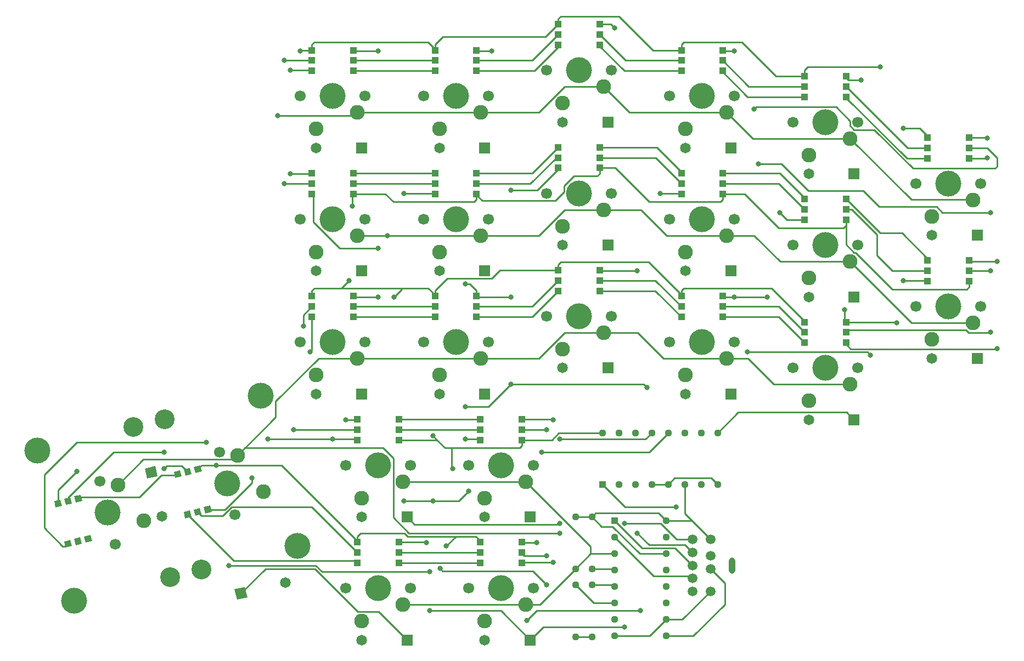
<source format=gbr>
%TF.GenerationSoftware,KiCad,Pcbnew,(5.1.10)-1*%
%TF.CreationDate,2021-08-19T22:55:08-05:00*%
%TF.ProjectId,RightHand,52696768-7448-4616-9e64-2e6b69636164,rev?*%
%TF.SameCoordinates,Original*%
%TF.FileFunction,Copper,L2,Bot*%
%TF.FilePolarity,Positive*%
%FSLAX46Y46*%
G04 Gerber Fmt 4.6, Leading zero omitted, Abs format (unit mm)*
G04 Created by KiCad (PCBNEW (5.1.10)-1) date 2021-08-19 22:55:08*
%MOMM*%
%LPD*%
G01*
G04 APERTURE LIST*
%TA.AperFunction,ComponentPad*%
%ADD10C,1.130000*%
%TD*%
%TA.AperFunction,ComponentPad*%
%ADD11R,1.130000X1.130000*%
%TD*%
%TA.AperFunction,ComponentPad*%
%ADD12C,1.500000*%
%TD*%
%TA.AperFunction,ComponentPad*%
%ADD13O,1.000000X2.500000*%
%TD*%
%TA.AperFunction,ComponentPad*%
%ADD14C,4.000000*%
%TD*%
%TA.AperFunction,ComponentPad*%
%ADD15C,1.700000*%
%TD*%
%TA.AperFunction,ComponentPad*%
%ADD16C,2.286000*%
%TD*%
%TA.AperFunction,ComponentPad*%
%ADD17C,1.651000*%
%TD*%
%TA.AperFunction,ComponentPad*%
%ADD18R,1.651000X1.651000*%
%TD*%
%TA.AperFunction,SMDPad,CuDef*%
%ADD19R,1.000000X1.000000*%
%TD*%
%TA.AperFunction,ComponentPad*%
%ADD20C,3.050000*%
%TD*%
%TA.AperFunction,ComponentPad*%
%ADD21C,0.100000*%
%TD*%
%TA.AperFunction,SMDPad,CuDef*%
%ADD22C,0.100000*%
%TD*%
%TA.AperFunction,ViaPad*%
%ADD23C,0.800000*%
%TD*%
%TA.AperFunction,Conductor*%
%ADD24C,0.250000*%
%TD*%
G04 APERTURE END LIST*
D10*
%TO.P,UREG1,16*%
%TO.N,VCC*%
X151470000Y-79110000D03*
%TO.P,UREG1,15*%
%TO.N,GND*%
X151470000Y-81650000D03*
%TO.P,UREG1,14*%
%TO.N,VCC*%
X151470000Y-84190000D03*
%TO.P,UREG1,13*%
%TO.N,GND*%
X151470000Y-86730000D03*
%TO.P,UREG1,12*%
X151470000Y-89270000D03*
%TO.P,UREG1,11*%
X151470000Y-91810000D03*
%TO.P,UREG1,10*%
X151470000Y-94350000D03*
%TO.P,UREG1,9*%
%TO.N,RX*%
X151470000Y-96890000D03*
%TO.P,UREG1,8*%
%TO.N,GND*%
X143530000Y-96890000D03*
%TO.P,UREG1,7*%
%TO.N,Net-(UREG1-Pad7)*%
X143530000Y-94350000D03*
%TO.P,UREG1,6*%
%TO.N,C0*%
X143530000Y-91810000D03*
%TO.P,UREG1,5*%
%TO.N,C1*%
X143530000Y-89270000D03*
%TO.P,UREG1,4*%
%TO.N,C2*%
X143530000Y-86730000D03*
%TO.P,UREG1,3*%
%TO.N,C3*%
X143530000Y-84190000D03*
%TO.P,UREG1,2*%
%TO.N,CLK_C*%
X143530000Y-81650000D03*
D11*
%TO.P,UREG1,1*%
%TO.N,SH_LD*%
X143530000Y-79110000D03*
%TD*%
D10*
%TO.P,UDEMUX1,16*%
%TO.N,VCC*%
X141610000Y-65530000D03*
%TO.P,UDEMUX1,15*%
%TO.N,R0*%
X144150000Y-65530000D03*
%TO.P,UDEMUX1,14*%
%TO.N,R1*%
X146690000Y-65530000D03*
%TO.P,UDEMUX1,13*%
%TO.N,R2*%
X149230000Y-65530000D03*
%TO.P,UDEMUX1,12*%
%TO.N,R3*%
X151770000Y-65530000D03*
%TO.P,UDEMUX1,11*%
%TO.N,R4*%
X154310000Y-65530000D03*
%TO.P,UDEMUX1,10*%
%TO.N,R5*%
X156850000Y-65530000D03*
%TO.P,UDEMUX1,9*%
%TO.N,R6*%
X159390000Y-65530000D03*
%TO.P,UDEMUX1,8*%
%TO.N,GND*%
X159390000Y-73470000D03*
%TO.P,UDEMUX1,7*%
%TO.N,R7*%
X156850000Y-73470000D03*
%TO.P,UDEMUX1,6*%
%TO.N,VCC*%
X154310000Y-73470000D03*
%TO.P,UDEMUX1,5*%
%TO.N,GND*%
X151770000Y-73470000D03*
%TO.P,UDEMUX1,4*%
X149230000Y-73470000D03*
%TO.P,UDEMUX1,3*%
%TO.N,S2*%
X146690000Y-73470000D03*
%TO.P,UDEMUX1,2*%
%TO.N,S1*%
X144150000Y-73470000D03*
D11*
%TO.P,UDEMUX1,1*%
%TO.N,S0_DL*%
X141610000Y-73470000D03*
%TD*%
D12*
%TO.P,UD9,7*%
%TO.N,S1*%
X155500000Y-82000000D03*
%TO.P,UD9,4*%
%TO.N,S2*%
X155500000Y-84000000D03*
%TO.P,UD9,5*%
%TO.N,SH_LD*%
X155500000Y-86000000D03*
%TO.P,UD9,8*%
%TO.N,CLK_C*%
X155500000Y-88000000D03*
%TO.P,UD9,9*%
%TO.N,CLK_L*%
X155500000Y-90000000D03*
%TO.P,UD9,6*%
%TO.N,GND*%
X158300000Y-90000000D03*
%TO.P,UD9,3*%
%TO.N,VCC*%
X158300000Y-82000000D03*
%TO.P,UD9,1*%
%TO.N,S0_DL*%
X158300000Y-84500000D03*
%TO.P,UD9,2*%
%TO.N,RX*%
X158300000Y-86500000D03*
D13*
%TO.P,UD9,HOLE*%
%TO.N,N/C*%
X161650000Y-86000000D03*
%TD*%
D10*
%TO.P,R3,2*%
%TO.N,VCC*%
X137500000Y-78500000D03*
%TO.P,R3,1*%
%TO.N,C3*%
X137500000Y-86500000D03*
%TD*%
%TO.P,R2,2*%
%TO.N,VCC*%
X140000000Y-78500000D03*
%TO.P,R2,1*%
%TO.N,C2*%
X140000000Y-86500000D03*
%TD*%
%TO.P,R1,2*%
%TO.N,VCC*%
X140000000Y-97000000D03*
%TO.P,R1,1*%
%TO.N,C1*%
X140000000Y-89000000D03*
%TD*%
%TO.P,R0,2*%
%TO.N,C0*%
X137500000Y-89000000D03*
%TO.P,R0,1*%
%TO.N,VCC*%
X137500000Y-97000000D03*
%TD*%
D14*
%TO.P,KY1,HOLE*%
%TO.N,N/C*%
X100000000Y-13500000D03*
D15*
%TO.P,KY1,POST*%
X95000000Y-13500000D03*
X105000000Y-13500000D03*
D16*
%TO.P,KY1,1*%
%TO.N,C0*%
X103810000Y-16040000D03*
%TO.P,KY1,2*%
%TO.N,Net-(KY1-Pad2)*%
X97460000Y-18580000D03*
D17*
%TO.P,KY1,3*%
X97460000Y-21500000D03*
D18*
%TO.P,KY1,4*%
%TO.N,R2*%
X104460000Y-21500000D03*
D19*
%TO.P,KY1,5*%
%TO.N,VCC*%
X96800000Y-6400000D03*
%TO.P,KY1,6*%
%TO.N,Net-(KH1-Pad9)*%
X96800000Y-8000000D03*
%TO.P,KY1,7*%
%TO.N,Net-(KH1-Pad10)*%
X96800000Y-9600000D03*
%TO.P,KY1,8*%
%TO.N,GND*%
X103200000Y-6400000D03*
%TO.P,KY1,9*%
%TO.N,Net-(KU1-Pad6)*%
X103200000Y-8000000D03*
%TO.P,KY1,10*%
%TO.N,Net-(KU1-Pad7)*%
X103200000Y-9600000D03*
%TD*%
D14*
%TO.P,KU1,HOLE*%
%TO.N,N/C*%
X119000000Y-13500000D03*
D15*
%TO.P,KU1,POST*%
X114000000Y-13500000D03*
X124000000Y-13500000D03*
D16*
%TO.P,KU1,1*%
%TO.N,C0*%
X122810000Y-16040000D03*
%TO.P,KU1,2*%
%TO.N,Net-(KU1-Pad2)*%
X116460000Y-18580000D03*
D17*
%TO.P,KU1,3*%
X116460000Y-21500000D03*
D18*
%TO.P,KU1,4*%
%TO.N,R3*%
X123460000Y-21500000D03*
D19*
%TO.P,KU1,5*%
%TO.N,VCC*%
X115800000Y-6400000D03*
%TO.P,KU1,6*%
%TO.N,Net-(KU1-Pad6)*%
X115800000Y-8000000D03*
%TO.P,KU1,7*%
%TO.N,Net-(KU1-Pad7)*%
X115800000Y-9600000D03*
%TO.P,KU1,8*%
%TO.N,GND*%
X122200000Y-6400000D03*
%TO.P,KU1,9*%
%TO.N,Net-(KI1-Pad6)*%
X122200000Y-8000000D03*
%TO.P,KU1,10*%
%TO.N,Net-(KI1-Pad7)*%
X122200000Y-9600000D03*
%TD*%
D14*
%TO.P,KTG_D1,HOLE*%
%TO.N,N/C*%
X126000000Y-89500000D03*
D15*
%TO.P,KTG_D1,POST*%
X121000000Y-89500000D03*
X131000000Y-89500000D03*
D16*
%TO.P,KTG_D1,1*%
%TO.N,C3*%
X129810000Y-92040000D03*
%TO.P,KTG_D1,2*%
%TO.N,Net-(KTG_D1-Pad2)*%
X123460000Y-94580000D03*
D17*
%TO.P,KTG_D1,3*%
X123460000Y-97500000D03*
D18*
%TO.P,KTG_D1,4*%
%TO.N,R0*%
X130460000Y-97500000D03*
D19*
%TO.P,KTG_D1,5*%
%TO.N,VCC*%
X122800000Y-82400000D03*
%TO.P,KTG_D1,6*%
%TO.N,Net-(KTG_C1-Pad9)*%
X122800000Y-84000000D03*
%TO.P,KTG_D1,7*%
%TO.N,Net-(KTG_C1-Pad10)*%
X122800000Y-85600000D03*
%TO.P,KTG_D1,8*%
%TO.N,GND*%
X129200000Y-82400000D03*
%TO.P,KTG_D1,9*%
%TO.N,Net-(KTG_B1-Pad6)*%
X129200000Y-84000000D03*
%TO.P,KTG_D1,10*%
%TO.N,Net-(KTG_B1-Pad7)*%
X129200000Y-85600000D03*
%TD*%
D14*
%TO.P,KTG_C1,HOLE*%
%TO.N,N/C*%
X107000000Y-89500000D03*
D15*
%TO.P,KTG_C1,POST*%
X102000000Y-89500000D03*
X112000000Y-89500000D03*
D16*
%TO.P,KTG_C1,1*%
%TO.N,C3*%
X110810000Y-92040000D03*
%TO.P,KTG_C1,2*%
%TO.N,Net-(KTG_C1-Pad2)*%
X104460000Y-94580000D03*
D17*
%TO.P,KTG_C1,3*%
X104460000Y-97500000D03*
D18*
%TO.P,KTG_C1,4*%
%TO.N,R1*%
X111460000Y-97500000D03*
D19*
%TO.P,KTG_C1,5*%
%TO.N,VCC*%
X103800000Y-82400000D03*
%TO.P,KTG_C1,6*%
%TO.N,Net-(KT2_1-Pad9)*%
X103800000Y-84000000D03*
%TO.P,KTG_C1,7*%
%TO.N,Net-(KT2_1-Pad10)*%
X103800000Y-85600000D03*
%TO.P,KTG_C1,8*%
%TO.N,GND*%
X110200000Y-82400000D03*
%TO.P,KTG_C1,9*%
%TO.N,Net-(KTG_C1-Pad9)*%
X110200000Y-84000000D03*
%TO.P,KTG_C1,10*%
%TO.N,Net-(KTG_C1-Pad10)*%
X110200000Y-85600000D03*
%TD*%
D14*
%TO.P,KTG_B1,HOLE*%
%TO.N,N/C*%
X126000000Y-70500000D03*
D15*
%TO.P,KTG_B1,POST*%
X121000000Y-70500000D03*
X131000000Y-70500000D03*
D16*
%TO.P,KTG_B1,1*%
%TO.N,C3*%
X129810000Y-73040000D03*
%TO.P,KTG_B1,2*%
%TO.N,Net-(KTG_B1-Pad2)*%
X123460000Y-75580000D03*
D17*
%TO.P,KTG_B1,3*%
X123460000Y-78500000D03*
D18*
%TO.P,KTG_B1,4*%
%TO.N,R3*%
X130460000Y-78500000D03*
D19*
%TO.P,KTG_B1,5*%
%TO.N,VCC*%
X129200000Y-66600000D03*
%TO.P,KTG_B1,6*%
%TO.N,Net-(KTG_B1-Pad6)*%
X129200000Y-65000000D03*
%TO.P,KTG_B1,7*%
%TO.N,Net-(KTG_B1-Pad7)*%
X129200000Y-63400000D03*
%TO.P,KTG_B1,8*%
%TO.N,GND*%
X122800000Y-66600000D03*
%TO.P,KTG_B1,9*%
%TO.N,Net-(KTG_A1-Pad6)*%
X122800000Y-65000000D03*
%TO.P,KTG_B1,10*%
%TO.N,Net-(KTG_A1-Pad7)*%
X122800000Y-63400000D03*
%TD*%
D14*
%TO.P,KTG_A1,HOLE*%
%TO.N,N/C*%
X107000000Y-70500000D03*
D15*
%TO.P,KTG_A1,POST*%
X102000000Y-70500000D03*
X112000000Y-70500000D03*
D16*
%TO.P,KTG_A1,1*%
%TO.N,C3*%
X110810000Y-73040000D03*
%TO.P,KTG_A1,2*%
%TO.N,Net-(KTG_A1-Pad2)*%
X104460000Y-75580000D03*
D17*
%TO.P,KTG_A1,3*%
X104460000Y-78500000D03*
D18*
%TO.P,KTG_A1,4*%
%TO.N,R2*%
X111460000Y-78500000D03*
D19*
%TO.P,KTG_A1,5*%
%TO.N,VCC*%
X110200000Y-66600000D03*
%TO.P,KTG_A1,6*%
%TO.N,Net-(KTG_A1-Pad6)*%
X110200000Y-65000000D03*
%TO.P,KTG_A1,7*%
%TO.N,Net-(KTG_A1-Pad7)*%
X110200000Y-63400000D03*
%TO.P,KTG_A1,8*%
%TO.N,GND*%
X103800000Y-66600000D03*
%TO.P,KTG_A1,9*%
%TO.N,Net-(KN1-Pad6)*%
X103800000Y-65000000D03*
%TO.P,KTG_A1,10*%
%TO.N,Net-(KN1-Pad7)*%
X103800000Y-63400000D03*
%TD*%
D14*
%TO.P,KSEMICOLON1,HOLE*%
%TO.N,N/C*%
X176000000Y-36500000D03*
D15*
%TO.P,KSEMICOLON1,POST*%
X171000000Y-36500000D03*
X181000000Y-36500000D03*
D16*
%TO.P,KSEMICOLON1,1*%
%TO.N,C1*%
X179810000Y-39040000D03*
%TO.P,KSEMICOLON1,2*%
%TO.N,Net-(KSEMICOLON1-Pad2)*%
X173460000Y-41580000D03*
D17*
%TO.P,KSEMICOLON1,3*%
X173460000Y-44500000D03*
D18*
%TO.P,KSEMICOLON1,4*%
%TO.N,R6*%
X180460000Y-44500000D03*
D19*
%TO.P,KSEMICOLON1,5*%
%TO.N,VCC*%
X179200000Y-32600000D03*
%TO.P,KSEMICOLON1,6*%
%TO.N,Net-(KENTER1-Pad9)*%
X179200000Y-31000000D03*
%TO.P,KSEMICOLON1,7*%
%TO.N,Net-(KENTER1-Pad10)*%
X179200000Y-29400000D03*
%TO.P,KSEMICOLON1,8*%
%TO.N,GND*%
X172800000Y-32600000D03*
%TO.P,KSEMICOLON1,9*%
%TO.N,Net-(KL1-Pad6)*%
X172800000Y-31000000D03*
%TO.P,KSEMICOLON1,10*%
%TO.N,Net-(KL1-Pad7)*%
X172800000Y-29400000D03*
%TD*%
D14*
%TO.P,KPERIOD1,HOLE*%
%TO.N,N/C*%
X157000000Y-51500000D03*
D15*
%TO.P,KPERIOD1,POST*%
X152000000Y-51500000D03*
X162000000Y-51500000D03*
D16*
%TO.P,KPERIOD1,1*%
%TO.N,C2*%
X160810000Y-54040000D03*
%TO.P,KPERIOD1,2*%
%TO.N,Net-(KPERIOD1-Pad2)*%
X154460000Y-56580000D03*
D17*
%TO.P,KPERIOD1,3*%
X154460000Y-59500000D03*
D18*
%TO.P,KPERIOD1,4*%
%TO.N,R5*%
X161460000Y-59500000D03*
D19*
%TO.P,KPERIOD1,5*%
%TO.N,VCC*%
X153800000Y-44400000D03*
%TO.P,KPERIOD1,6*%
%TO.N,Net-(KCOMMA1-Pad9)*%
X153800000Y-46000000D03*
%TO.P,KPERIOD1,7*%
%TO.N,Net-(KCOMMA1-Pad10)*%
X153800000Y-47600000D03*
%TO.P,KPERIOD1,8*%
%TO.N,GND*%
X160200000Y-44400000D03*
%TO.P,KPERIOD1,9*%
%TO.N,Net-(KFSLASH1-Pad6)*%
X160200000Y-46000000D03*
%TO.P,KPERIOD1,10*%
%TO.N,Net-(KFSLASH1-Pad7)*%
X160200000Y-47600000D03*
%TD*%
D14*
%TO.P,KP1,HOLE*%
%TO.N,N/C*%
X176000000Y-17500000D03*
D15*
%TO.P,KP1,POST*%
X171000000Y-17500000D03*
X181000000Y-17500000D03*
D16*
%TO.P,KP1,1*%
%TO.N,C0*%
X179810000Y-20040000D03*
%TO.P,KP1,2*%
%TO.N,Net-(KP1-Pad2)*%
X173460000Y-22580000D03*
D17*
%TO.P,KP1,3*%
X173460000Y-25500000D03*
D18*
%TO.P,KP1,4*%
%TO.N,R6*%
X180460000Y-25500000D03*
D19*
%TO.P,KP1,5*%
%TO.N,VCC*%
X172800000Y-10400000D03*
%TO.P,KP1,6*%
%TO.N,Net-(KO1-Pad9)*%
X172800000Y-12000000D03*
%TO.P,KP1,7*%
%TO.N,Net-(KO1-Pad10)*%
X172800000Y-13600000D03*
%TO.P,KP1,8*%
%TO.N,GND*%
X179200000Y-10400000D03*
%TO.P,KP1,9*%
%TO.N,Net-(KBACKSPACE1-Pad6)*%
X179200000Y-12000000D03*
%TO.P,KP1,10*%
%TO.N,Net-(KBACKSPACE1-Pad7)*%
X179200000Y-13600000D03*
%TD*%
D14*
%TO.P,KO1,HOLE*%
%TO.N,N/C*%
X157000000Y-13500000D03*
D15*
%TO.P,KO1,POST*%
X152000000Y-13500000D03*
X162000000Y-13500000D03*
D16*
%TO.P,KO1,1*%
%TO.N,C0*%
X160810000Y-16040000D03*
%TO.P,KO1,2*%
%TO.N,Net-(KO1-Pad2)*%
X154460000Y-18580000D03*
D17*
%TO.P,KO1,3*%
X154460000Y-21500000D03*
D18*
%TO.P,KO1,4*%
%TO.N,R5*%
X161460000Y-21500000D03*
D19*
%TO.P,KO1,5*%
%TO.N,VCC*%
X153800000Y-6400000D03*
%TO.P,KO1,6*%
%TO.N,Net-(KI1-Pad9)*%
X153800000Y-8000000D03*
%TO.P,KO1,7*%
%TO.N,Net-(KI1-Pad10)*%
X153800000Y-9600000D03*
%TO.P,KO1,8*%
%TO.N,GND*%
X160200000Y-6400000D03*
%TO.P,KO1,9*%
%TO.N,Net-(KO1-Pad9)*%
X160200000Y-8000000D03*
%TO.P,KO1,10*%
%TO.N,Net-(KO1-Pad10)*%
X160200000Y-9600000D03*
%TD*%
D14*
%TO.P,KN1,HOLE*%
%TO.N,N/C*%
X100000000Y-51500000D03*
D15*
%TO.P,KN1,POST*%
X95000000Y-51500000D03*
X105000000Y-51500000D03*
D16*
%TO.P,KN1,1*%
%TO.N,C2*%
X103810000Y-54040000D03*
%TO.P,KN1,2*%
%TO.N,Net-(KN1-Pad2)*%
X97460000Y-56580000D03*
D17*
%TO.P,KN1,3*%
X97460000Y-59500000D03*
D18*
%TO.P,KN1,4*%
%TO.N,R2*%
X104460000Y-59500000D03*
D19*
%TO.P,KN1,5*%
%TO.N,VCC*%
X96800000Y-44400000D03*
%TO.P,KN1,6*%
%TO.N,Net-(KN1-Pad6)*%
X96800000Y-46000000D03*
%TO.P,KN1,7*%
%TO.N,Net-(KN1-Pad7)*%
X96800000Y-47600000D03*
%TO.P,KN1,8*%
%TO.N,GND*%
X103200000Y-44400000D03*
%TO.P,KN1,9*%
%TO.N,Net-(KM1-Pad6)*%
X103200000Y-46000000D03*
%TO.P,KN1,10*%
%TO.N,Net-(KM1-Pad7)*%
X103200000Y-47600000D03*
%TD*%
D14*
%TO.P,KM1,HOLE*%
%TO.N,N/C*%
X119000000Y-51500000D03*
D15*
%TO.P,KM1,POST*%
X114000000Y-51500000D03*
X124000000Y-51500000D03*
D16*
%TO.P,KM1,1*%
%TO.N,C2*%
X122810000Y-54040000D03*
%TO.P,KM1,2*%
%TO.N,Net-(KM1-Pad2)*%
X116460000Y-56580000D03*
D17*
%TO.P,KM1,3*%
X116460000Y-59500000D03*
D18*
%TO.P,KM1,4*%
%TO.N,R3*%
X123460000Y-59500000D03*
D19*
%TO.P,KM1,5*%
%TO.N,VCC*%
X115800000Y-44400000D03*
%TO.P,KM1,6*%
%TO.N,Net-(KM1-Pad6)*%
X115800000Y-46000000D03*
%TO.P,KM1,7*%
%TO.N,Net-(KM1-Pad7)*%
X115800000Y-47600000D03*
%TO.P,KM1,8*%
%TO.N,GND*%
X122200000Y-44400000D03*
%TO.P,KM1,9*%
%TO.N,Net-(KCOMMA1-Pad6)*%
X122200000Y-46000000D03*
%TO.P,KM1,10*%
%TO.N,Net-(KCOMMA1-Pad7)*%
X122200000Y-47600000D03*
%TD*%
D14*
%TO.P,KL1,HOLE*%
%TO.N,N/C*%
X157000000Y-32500000D03*
D15*
%TO.P,KL1,POST*%
X152000000Y-32500000D03*
X162000000Y-32500000D03*
D16*
%TO.P,KL1,1*%
%TO.N,C1*%
X160810000Y-35040000D03*
%TO.P,KL1,2*%
%TO.N,Net-(KL1-Pad2)*%
X154460000Y-37580000D03*
D17*
%TO.P,KL1,3*%
X154460000Y-40500000D03*
D18*
%TO.P,KL1,4*%
%TO.N,R5*%
X161460000Y-40500000D03*
D19*
%TO.P,KL1,5*%
%TO.N,VCC*%
X160200000Y-28600000D03*
%TO.P,KL1,6*%
%TO.N,Net-(KL1-Pad6)*%
X160200000Y-27000000D03*
%TO.P,KL1,7*%
%TO.N,Net-(KL1-Pad7)*%
X160200000Y-25400000D03*
%TO.P,KL1,8*%
%TO.N,GND*%
X153800000Y-28600000D03*
%TO.P,KL1,9*%
%TO.N,Net-(KK1-Pad6)*%
X153800000Y-27000000D03*
%TO.P,KL1,10*%
%TO.N,Net-(KK1-Pad7)*%
X153800000Y-25400000D03*
%TD*%
D14*
%TO.P,KK1,HOLE*%
%TO.N,N/C*%
X138000000Y-28500000D03*
D15*
%TO.P,KK1,POST*%
X133000000Y-28500000D03*
X143000000Y-28500000D03*
D16*
%TO.P,KK1,1*%
%TO.N,C1*%
X141810000Y-31040000D03*
%TO.P,KK1,2*%
%TO.N,Net-(KK1-Pad2)*%
X135460000Y-33580000D03*
D17*
%TO.P,KK1,3*%
X135460000Y-36500000D03*
D18*
%TO.P,KK1,4*%
%TO.N,R4*%
X142460000Y-36500000D03*
D19*
%TO.P,KK1,5*%
%TO.N,VCC*%
X141200000Y-24600000D03*
%TO.P,KK1,6*%
%TO.N,Net-(KK1-Pad6)*%
X141200000Y-23000000D03*
%TO.P,KK1,7*%
%TO.N,Net-(KK1-Pad7)*%
X141200000Y-21400000D03*
%TO.P,KK1,8*%
%TO.N,GND*%
X134800000Y-24600000D03*
%TO.P,KK1,9*%
%TO.N,Net-(KJ1-Pad6)*%
X134800000Y-23000000D03*
%TO.P,KK1,10*%
%TO.N,Net-(KJ1-Pad7)*%
X134800000Y-21400000D03*
%TD*%
D14*
%TO.P,KJ1,HOLE*%
%TO.N,N/C*%
X119000000Y-32500000D03*
D15*
%TO.P,KJ1,POST*%
X114000000Y-32500000D03*
X124000000Y-32500000D03*
D16*
%TO.P,KJ1,1*%
%TO.N,C1*%
X122810000Y-35040000D03*
%TO.P,KJ1,2*%
%TO.N,Net-(KJ1-Pad2)*%
X116460000Y-37580000D03*
D17*
%TO.P,KJ1,3*%
X116460000Y-40500000D03*
D18*
%TO.P,KJ1,4*%
%TO.N,R3*%
X123460000Y-40500000D03*
D19*
%TO.P,KJ1,5*%
%TO.N,VCC*%
X122200000Y-28600000D03*
%TO.P,KJ1,6*%
%TO.N,Net-(KJ1-Pad6)*%
X122200000Y-27000000D03*
%TO.P,KJ1,7*%
%TO.N,Net-(KJ1-Pad7)*%
X122200000Y-25400000D03*
%TO.P,KJ1,8*%
%TO.N,GND*%
X115800000Y-28600000D03*
%TO.P,KJ1,9*%
%TO.N,Net-(KH1-Pad6)*%
X115800000Y-27000000D03*
%TO.P,KJ1,10*%
%TO.N,Net-(KH1-Pad7)*%
X115800000Y-25400000D03*
%TD*%
D14*
%TO.P,KI1,HOLE*%
%TO.N,N/C*%
X138000000Y-9500000D03*
D15*
%TO.P,KI1,POST*%
X133000000Y-9500000D03*
X143000000Y-9500000D03*
D16*
%TO.P,KI1,1*%
%TO.N,C0*%
X141810000Y-12040000D03*
%TO.P,KI1,2*%
%TO.N,Net-(KI1-Pad2)*%
X135460000Y-14580000D03*
D17*
%TO.P,KI1,3*%
X135460000Y-17500000D03*
D18*
%TO.P,KI1,4*%
%TO.N,R4*%
X142460000Y-17500000D03*
D19*
%TO.P,KI1,5*%
%TO.N,VCC*%
X134800000Y-2400000D03*
%TO.P,KI1,6*%
%TO.N,Net-(KI1-Pad6)*%
X134800000Y-4000000D03*
%TO.P,KI1,7*%
%TO.N,Net-(KI1-Pad7)*%
X134800000Y-5600000D03*
%TO.P,KI1,8*%
%TO.N,GND*%
X141200000Y-2400000D03*
%TO.P,KI1,9*%
%TO.N,Net-(KI1-Pad9)*%
X141200000Y-4000000D03*
%TO.P,KI1,10*%
%TO.N,Net-(KI1-Pad10)*%
X141200000Y-5600000D03*
%TD*%
D14*
%TO.P,KH1,HOLE*%
%TO.N,N/C*%
X100000000Y-32500000D03*
D15*
%TO.P,KH1,POST*%
X95000000Y-32500000D03*
X105000000Y-32500000D03*
D16*
%TO.P,KH1,1*%
%TO.N,C1*%
X103810000Y-35040000D03*
%TO.P,KH1,2*%
%TO.N,Net-(KH1-Pad2)*%
X97460000Y-37580000D03*
D17*
%TO.P,KH1,3*%
X97460000Y-40500000D03*
D18*
%TO.P,KH1,4*%
%TO.N,R2*%
X104460000Y-40500000D03*
D19*
%TO.P,KH1,5*%
%TO.N,VCC*%
X103200000Y-28600000D03*
%TO.P,KH1,6*%
%TO.N,Net-(KH1-Pad6)*%
X103200000Y-27000000D03*
%TO.P,KH1,7*%
%TO.N,Net-(KH1-Pad7)*%
X103200000Y-25400000D03*
%TO.P,KH1,8*%
%TO.N,GND*%
X96800000Y-28600000D03*
%TO.P,KH1,9*%
%TO.N,Net-(KH1-Pad9)*%
X96800000Y-27000000D03*
%TO.P,KH1,10*%
%TO.N,Net-(KH1-Pad10)*%
X96800000Y-25400000D03*
%TD*%
D14*
%TO.P,KFSLASH1,HOLE*%
%TO.N,N/C*%
X176000000Y-55500000D03*
D15*
%TO.P,KFSLASH1,POST*%
X171000000Y-55500000D03*
X181000000Y-55500000D03*
D16*
%TO.P,KFSLASH1,1*%
%TO.N,C2*%
X179810000Y-58040000D03*
%TO.P,KFSLASH1,2*%
%TO.N,Net-(KFSLASH1-Pad2)*%
X173460000Y-60580000D03*
D17*
%TO.P,KFSLASH1,3*%
X173460000Y-63500000D03*
D18*
%TO.P,KFSLASH1,4*%
%TO.N,R6*%
X180460000Y-63500000D03*
D19*
%TO.P,KFSLASH1,5*%
%TO.N,VCC*%
X172800000Y-48400000D03*
%TO.P,KFSLASH1,6*%
%TO.N,Net-(KFSLASH1-Pad6)*%
X172800000Y-50000000D03*
%TO.P,KFSLASH1,7*%
%TO.N,Net-(KFSLASH1-Pad7)*%
X172800000Y-51600000D03*
%TO.P,KFSLASH1,8*%
%TO.N,GND*%
X179200000Y-48400000D03*
%TO.P,KFSLASH1,9*%
%TO.N,Net-(KENTER1-Pad6)*%
X179200000Y-50000000D03*
%TO.P,KFSLASH1,10*%
%TO.N,Net-(KENTER1-Pad7)*%
X179200000Y-51600000D03*
%TD*%
D14*
%TO.P,KENTER1,HOLE*%
%TO.N,N/C*%
X195000000Y-46000000D03*
D15*
%TO.P,KENTER1,POST*%
X190000000Y-46000000D03*
X200000000Y-46000000D03*
D16*
%TO.P,KENTER1,1*%
%TO.N,C1*%
X198810000Y-48540000D03*
%TO.P,KENTER1,2*%
%TO.N,Net-(KENTER1-Pad2)*%
X192460000Y-51080000D03*
D17*
%TO.P,KENTER1,3*%
X192460000Y-54000000D03*
D18*
%TO.P,KENTER1,4*%
%TO.N,R7*%
X199460000Y-54000000D03*
D19*
%TO.P,KENTER1,5*%
%TO.N,VCC*%
X198200000Y-42100000D03*
%TO.P,KENTER1,6*%
%TO.N,Net-(KENTER1-Pad6)*%
X198200000Y-40500000D03*
%TO.P,KENTER1,7*%
%TO.N,Net-(KENTER1-Pad7)*%
X198200000Y-38900000D03*
%TO.P,KENTER1,8*%
%TO.N,GND*%
X191800000Y-42100000D03*
%TO.P,KENTER1,9*%
%TO.N,Net-(KENTER1-Pad9)*%
X191800000Y-40500000D03*
%TO.P,KENTER1,10*%
%TO.N,Net-(KENTER1-Pad10)*%
X191800000Y-38900000D03*
%TD*%
D14*
%TO.P,KCOMMA1,HOLE*%
%TO.N,N/C*%
X138000000Y-47500000D03*
D15*
%TO.P,KCOMMA1,POST*%
X133000000Y-47500000D03*
X143000000Y-47500000D03*
D16*
%TO.P,KCOMMA1,1*%
%TO.N,C2*%
X141810000Y-50040000D03*
%TO.P,KCOMMA1,2*%
%TO.N,Net-(KCOMMA1-Pad2)*%
X135460000Y-52580000D03*
D17*
%TO.P,KCOMMA1,3*%
X135460000Y-55500000D03*
D18*
%TO.P,KCOMMA1,4*%
%TO.N,R4*%
X142460000Y-55500000D03*
D19*
%TO.P,KCOMMA1,5*%
%TO.N,VCC*%
X134800000Y-40400000D03*
%TO.P,KCOMMA1,6*%
%TO.N,Net-(KCOMMA1-Pad6)*%
X134800000Y-42000000D03*
%TO.P,KCOMMA1,7*%
%TO.N,Net-(KCOMMA1-Pad7)*%
X134800000Y-43600000D03*
%TO.P,KCOMMA1,8*%
%TO.N,GND*%
X141200000Y-40400000D03*
%TO.P,KCOMMA1,9*%
%TO.N,Net-(KCOMMA1-Pad9)*%
X141200000Y-42000000D03*
%TO.P,KCOMMA1,10*%
%TO.N,Net-(KCOMMA1-Pad10)*%
X141200000Y-43600000D03*
%TD*%
D14*
%TO.P,KBACKSPACE1,HOLE*%
%TO.N,N/C*%
X195000000Y-27000000D03*
D15*
%TO.P,KBACKSPACE1,POST*%
X190000000Y-27000000D03*
X200000000Y-27000000D03*
D16*
%TO.P,KBACKSPACE1,1*%
%TO.N,C0*%
X198810000Y-29540000D03*
%TO.P,KBACKSPACE1,2*%
%TO.N,Net-(KBACKSPACE1-Pad2)*%
X192460000Y-32080000D03*
D17*
%TO.P,KBACKSPACE1,3*%
X192460000Y-35000000D03*
D18*
%TO.P,KBACKSPACE1,4*%
%TO.N,R7*%
X199460000Y-35000000D03*
D19*
%TO.P,KBACKSPACE1,5*%
%TO.N,VCC*%
X191800000Y-19900000D03*
%TO.P,KBACKSPACE1,6*%
%TO.N,Net-(KBACKSPACE1-Pad6)*%
X191800000Y-21500000D03*
%TO.P,KBACKSPACE1,7*%
%TO.N,Net-(KBACKSPACE1-Pad7)*%
X191800000Y-23100000D03*
%TO.P,KBACKSPACE1,8*%
%TO.N,GND*%
X198200000Y-19900000D03*
%TO.P,KBACKSPACE1,9*%
%TO.N,CLK_L*%
X198200000Y-21500000D03*
%TO.P,KBACKSPACE1,10*%
%TO.N,S0_DL*%
X198200000Y-23100000D03*
%TD*%
D14*
%TO.P,KT2_1,HOLE*%
%TO.N,N/C*%
X88896257Y-59753541D03*
X94592436Y-82944228D03*
D20*
X79792350Y-86579478D03*
X74096171Y-63388791D03*
D14*
X83742200Y-73314400D03*
D15*
%TO.P,KT2_1,POST*%
X84934867Y-78170071D03*
X82549533Y-68458729D03*
D16*
%TO.P,KT2_1,1*%
%TO.N,C2*%
X85300069Y-69008503D03*
%TO.P,KT2_1,2*%
%TO.N,Net-(KT2_1-Pad2)*%
X89281437Y-74569331D03*
D17*
%TO.P,KT2_1,3*%
X92730631Y-88611933D03*
%TA.AperFunction,ComponentPad*%
D21*
%TO.P,KT2_1,4*%
%TO.N,R1*%
G36*
X86853581Y-90905512D02*
G01*
X85250238Y-91299331D01*
X84856419Y-89695988D01*
X86459762Y-89302169D01*
X86853581Y-90905512D01*
G37*
%TD.AperFunction*%
%TA.AperFunction,SMDPad,CuDef*%
D22*
%TO.P,KT2_1,5*%
%TO.N,VCC*%
G36*
X79796303Y-71503351D02*
G01*
X78825169Y-71741885D01*
X78586635Y-70770751D01*
X79557769Y-70532217D01*
X79796303Y-71503351D01*
G37*
%TD.AperFunction*%
%TA.AperFunction,SMDPad,CuDef*%
%TO.P,KT2_1,6*%
%TO.N,Net-(KT2_1-Pad6)*%
G36*
X78242488Y-71885004D02*
G01*
X77271354Y-72123538D01*
X77032820Y-71152404D01*
X78003954Y-70913870D01*
X78242488Y-71885004D01*
G37*
%TD.AperFunction*%
%TA.AperFunction,SMDPad,CuDef*%
%TO.P,KT2_1,7*%
%TO.N,Net-(KT2_1-Pad7)*%
G36*
X76688674Y-72266658D02*
G01*
X75717540Y-72505192D01*
X75479006Y-71534058D01*
X76450140Y-71295524D01*
X76688674Y-72266658D01*
G37*
%TD.AperFunction*%
%TA.AperFunction,SMDPad,CuDef*%
%TO.P,KT2_1,8*%
%TO.N,GND*%
G36*
X81322917Y-77718610D02*
G01*
X80351783Y-77957144D01*
X80113249Y-76986010D01*
X81084383Y-76747476D01*
X81322917Y-77718610D01*
G37*
%TD.AperFunction*%
%TA.AperFunction,SMDPad,CuDef*%
%TO.P,KT2_1,9*%
%TO.N,Net-(KT2_1-Pad9)*%
G36*
X79769103Y-78100264D02*
G01*
X78797969Y-78338798D01*
X78559435Y-77367664D01*
X79530569Y-77129130D01*
X79769103Y-78100264D01*
G37*
%TD.AperFunction*%
%TA.AperFunction,SMDPad,CuDef*%
%TO.P,KT2_1,10*%
%TO.N,Net-(KT2_1-Pad10)*%
G36*
X78215288Y-78481917D02*
G01*
X77244154Y-78720451D01*
X77005620Y-77749317D01*
X77976754Y-77510783D01*
X78215288Y-78481917D01*
G37*
%TD.AperFunction*%
%TD*%
D20*
%TO.P,KT2_2,HOLE*%
%TO.N,N/C*%
X74936629Y-87772009D03*
X69240450Y-64581322D03*
D14*
X60136543Y-91407259D03*
X54440364Y-68216572D03*
X65290600Y-77846400D03*
D15*
%TO.P,KT2_2,POST*%
X66483267Y-82702071D03*
X64097933Y-72990729D03*
D16*
%TO.P,KT2_2,1*%
%TO.N,C2*%
X66848469Y-73540503D03*
%TO.P,KT2_2,2*%
%TO.N,Net-(KT2_2-Pad2)*%
X70829837Y-79101331D03*
D17*
%TO.P,KT2_2,3*%
X73665549Y-78404813D03*
%TA.AperFunction,ComponentPad*%
D21*
%TO.P,KT2_2,4*%
%TO.N,R0*%
G36*
X72994396Y-72211635D02*
G01*
X71391053Y-72605454D01*
X70997234Y-71002111D01*
X72600577Y-70608292D01*
X72994396Y-72211635D01*
G37*
%TD.AperFunction*%
%TA.AperFunction,SMDPad,CuDef*%
D22*
%TO.P,KT2_2,5*%
%TO.N,VCC*%
G36*
X59763688Y-83013917D02*
G01*
X58792554Y-83252451D01*
X58554020Y-82281317D01*
X59525154Y-82042783D01*
X59763688Y-83013917D01*
G37*
%TD.AperFunction*%
%TA.AperFunction,SMDPad,CuDef*%
%TO.P,KT2_2,6*%
%TO.N,Net-(KT2_2-Pad6)*%
G36*
X61317503Y-82632264D02*
G01*
X60346369Y-82870798D01*
X60107835Y-81899664D01*
X61078969Y-81661130D01*
X61317503Y-82632264D01*
G37*
%TD.AperFunction*%
%TA.AperFunction,SMDPad,CuDef*%
%TO.P,KT2_2,7*%
%TO.N,Net-(KT2_2-Pad7)*%
G36*
X62871317Y-82250610D02*
G01*
X61900183Y-82489144D01*
X61661649Y-81518010D01*
X62632783Y-81279476D01*
X62871317Y-82250610D01*
G37*
%TD.AperFunction*%
%TA.AperFunction,SMDPad,CuDef*%
%TO.P,KT2_2,8*%
%TO.N,GND*%
G36*
X58237074Y-76798658D02*
G01*
X57265940Y-77037192D01*
X57027406Y-76066058D01*
X57998540Y-75827524D01*
X58237074Y-76798658D01*
G37*
%TD.AperFunction*%
%TA.AperFunction,SMDPad,CuDef*%
%TO.P,KT2_2,9*%
%TO.N,Net-(KT2_1-Pad6)*%
G36*
X59790888Y-76417004D02*
G01*
X58819754Y-76655538D01*
X58581220Y-75684404D01*
X59552354Y-75445870D01*
X59790888Y-76417004D01*
G37*
%TD.AperFunction*%
%TA.AperFunction,SMDPad,CuDef*%
%TO.P,KT2_2,10*%
%TO.N,Net-(KT2_1-Pad7)*%
G36*
X61344703Y-76035351D02*
G01*
X60373569Y-76273885D01*
X60135035Y-75302751D01*
X61106169Y-75064217D01*
X61344703Y-76035351D01*
G37*
%TD.AperFunction*%
%TD*%
D23*
%TO.N,C0*%
X91500000Y-16500000D03*
%TO.N,R7*%
X183000000Y-53500000D03*
X164000000Y-53000000D03*
%TO.N,VCC*%
X184500000Y-9000000D03*
X188000000Y-18500000D03*
X80500000Y-67000000D03*
X82000000Y-70500000D03*
X118500000Y-71000000D03*
X117500000Y-83000000D03*
X103000000Y-30500000D03*
X102500000Y-42000000D03*
X95000000Y-6500000D03*
X115500000Y-66000000D03*
X109500000Y-44500000D03*
%TO.N,GND*%
X201000000Y-20000000D03*
X181500000Y-11000000D03*
X162000000Y-6500000D03*
X143500000Y-3000000D03*
X124500000Y-6500000D03*
X107000000Y-6500000D03*
X150500000Y-28500000D03*
X147000000Y-40500000D03*
X162000000Y-44500000D03*
X167000000Y-44500000D03*
X169000000Y-31500000D03*
X179000000Y-46500000D03*
X187000000Y-48500000D03*
X188000000Y-42000000D03*
X148500000Y-58500000D03*
X127500000Y-58000000D03*
X127500000Y-44500000D03*
X120500000Y-61500000D03*
X120500000Y-66500000D03*
X120500000Y-42500000D03*
X111000000Y-28500000D03*
X107000000Y-44500000D03*
X107000000Y-37000000D03*
X127500000Y-28000000D03*
X131500000Y-82500000D03*
X114500000Y-82500000D03*
X115500000Y-76000000D03*
X121000000Y-74500000D03*
X111000000Y-76000000D03*
X100000000Y-66500000D03*
X90000000Y-66500000D03*
X87500000Y-72500000D03*
X60500000Y-71500000D03*
%TO.N,CLK_L*%
X165000000Y-15500000D03*
%TO.N,S0_DL*%
X153000000Y-77000000D03*
X201000000Y-23000000D03*
X201500000Y-31500000D03*
X165725000Y-24000000D03*
%TO.N,C2*%
X135000000Y-81000000D03*
%TO.N,C1*%
X133000000Y-89000000D03*
X116549154Y-86449999D03*
X108460000Y-35040000D03*
%TO.N,Net-(KENTER1-Pad6)*%
X201500000Y-50000000D03*
X201500000Y-40500000D03*
%TO.N,Net-(KENTER1-Pad7)*%
X202500000Y-52500000D03*
X202500000Y-39000000D03*
%TO.N,Net-(KH1-Pad10)*%
X93500000Y-9500000D03*
X93500000Y-25500000D03*
%TO.N,Net-(KH1-Pad9)*%
X92500000Y-8000000D03*
X92500000Y-27000000D03*
%TO.N,R2*%
X135000000Y-79500000D03*
X135000000Y-66500000D03*
%TO.N,R3*%
X132275000Y-68500000D03*
%TO.N,Net-(KN1-Pad7)*%
X102000000Y-63500000D03*
X96500000Y-53000000D03*
%TO.N,Net-(KN1-Pad6)*%
X95500000Y-49000000D03*
X94000000Y-65000000D03*
%TO.N,Net-(KT2_1-Pad6)*%
X74000000Y-71000000D03*
X74000000Y-68500000D03*
%TO.N,R1*%
X147500000Y-93000000D03*
X130000000Y-94500000D03*
%TO.N,R0*%
X84000000Y-86000000D03*
X115000000Y-87000000D03*
X115000000Y-93000000D03*
X145000000Y-95500000D03*
%TO.N,Net-(KTG_B1-Pad7)*%
X134000000Y-63500000D03*
X134000000Y-85500000D03*
%TO.N,Net-(KTG_B1-Pad6)*%
X133000000Y-65000000D03*
X133000000Y-84500000D03*
%TO.N,S2*%
X147000000Y-81000000D03*
%TO.N,S1*%
X145000000Y-79500000D03*
%TD*%
D24*
%TO.N,C0*%
X103810000Y-16040000D02*
X122810000Y-16040000D01*
X135827358Y-12040000D02*
X141810000Y-12040000D01*
X131827358Y-16040000D02*
X135827358Y-12040000D01*
X122810000Y-16040000D02*
X131827358Y-16040000D01*
X145810000Y-16040000D02*
X160810000Y-16040000D01*
X141810000Y-12040000D02*
X145810000Y-16040000D01*
X164810000Y-20040000D02*
X179810000Y-20040000D01*
X160810000Y-16040000D02*
X164810000Y-20040000D01*
X179810000Y-20040000D02*
X189270000Y-29500000D01*
X198770000Y-29500000D02*
X198810000Y-29540000D01*
X189270000Y-29500000D02*
X198770000Y-29500000D01*
X140310000Y-91810000D02*
X143530000Y-91810000D01*
X137500000Y-89000000D02*
X140310000Y-91810000D01*
X103350000Y-16500000D02*
X103810000Y-16040000D01*
X91500000Y-16500000D02*
X103350000Y-16500000D01*
%TO.N,R7*%
X182500000Y-53000000D02*
X164000000Y-53000000D01*
X183000000Y-53500000D02*
X182500000Y-53000000D01*
%TO.N,VCC*%
X155410000Y-79110000D02*
X158300000Y-82000000D01*
X151470000Y-79110000D02*
X155410000Y-79110000D01*
X150295001Y-77935001D02*
X151470000Y-79110000D01*
X140564999Y-77935001D02*
X150295001Y-77935001D01*
X140000000Y-78500000D02*
X140564999Y-77935001D01*
X140000000Y-78500000D02*
X137500000Y-78500000D01*
X140000000Y-97000000D02*
X137500000Y-97000000D01*
X154310000Y-78010000D02*
X155410000Y-79110000D01*
X154310000Y-73470000D02*
X154310000Y-78010000D01*
X114749990Y-5149990D02*
X116000000Y-6400000D01*
X149405012Y-6400000D02*
X154000000Y-6400000D01*
X144155002Y-1149990D02*
X149405012Y-6400000D01*
X168405012Y-10400000D02*
X173000000Y-10400000D01*
X163155002Y-5149990D02*
X168405012Y-10400000D01*
X190600000Y-18500000D02*
X192000000Y-19900000D01*
X188000000Y-18500000D02*
X190600000Y-18500000D01*
X103000000Y-28600000D02*
X108100000Y-28600000D01*
X108100000Y-28600000D02*
X109350010Y-29850010D01*
X123075001Y-29675001D02*
X134324999Y-29675001D01*
X122000000Y-28600000D02*
X123075001Y-29675001D01*
X135674999Y-27383999D02*
X137208988Y-25850010D01*
X135674999Y-28325001D02*
X135674999Y-27383999D01*
X134324999Y-29675001D02*
X135674999Y-28325001D01*
X141000000Y-24600000D02*
X143600000Y-24600000D01*
X143600000Y-24600000D02*
X148850010Y-29850010D01*
X160000000Y-28600000D02*
X163600000Y-28600000D01*
X163600000Y-28600000D02*
X168850010Y-33850010D01*
X114749990Y-43149990D02*
X116000000Y-44400000D01*
X148749990Y-39149990D02*
X154000000Y-44400000D01*
X167749990Y-43149990D02*
X173000000Y-48400000D01*
X110000000Y-66600000D02*
X116100000Y-66600000D01*
X116100000Y-66600000D02*
X117350010Y-67850010D01*
X111087588Y-81000000D02*
X111587588Y-81500000D01*
X122100000Y-81500000D02*
X123000000Y-82400000D01*
X111587588Y-81500000D02*
X122100000Y-81500000D01*
X92100000Y-70500000D02*
X104000000Y-82400000D01*
X82000000Y-70500000D02*
X92100000Y-70500000D01*
X133826998Y-66600000D02*
X129000000Y-66600000D01*
X134896998Y-65530000D02*
X133826998Y-66600000D01*
X141610000Y-65530000D02*
X134896998Y-65530000D01*
X118350010Y-67850010D02*
X118350010Y-70850010D01*
X118350010Y-70850010D02*
X118500000Y-71000000D01*
X117350010Y-67850010D02*
X118350010Y-67850010D01*
X117500000Y-83000000D02*
X119000000Y-81500000D01*
X103000000Y-28600000D02*
X103000000Y-30500000D01*
X102500000Y-42000000D02*
X101350010Y-43149990D01*
X95100000Y-6400000D02*
X95000000Y-6500000D01*
X97000000Y-6400000D02*
X95100000Y-6400000D01*
X116100000Y-66600000D02*
X115500000Y-66000000D01*
X110649990Y-43350010D02*
X110649990Y-43149990D01*
X109500000Y-44500000D02*
X110649990Y-43350010D01*
X110649990Y-43149990D02*
X114749990Y-43149990D01*
X101350010Y-43149990D02*
X110649990Y-43149990D01*
X141500001Y-80000001D02*
X140000000Y-78500000D01*
X143197203Y-80000001D02*
X141500001Y-80000001D01*
X147387202Y-84190000D02*
X143197203Y-80000001D01*
X151470000Y-84190000D02*
X147387202Y-84190000D01*
X97180022Y-5149990D02*
X114749990Y-5149990D01*
X96800000Y-5530012D02*
X97180022Y-5149990D01*
X96800000Y-6400000D02*
X96800000Y-5530012D01*
X135180022Y-1149990D02*
X144155002Y-1149990D01*
X134800000Y-1530012D02*
X135180022Y-1149990D01*
X134800000Y-2400000D02*
X134800000Y-1530012D01*
X132849990Y-4350010D02*
X134800000Y-2400000D01*
X116980002Y-4350010D02*
X132849990Y-4350010D01*
X115800000Y-5530012D02*
X116980002Y-4350010D01*
X115800000Y-6400000D02*
X115800000Y-5530012D01*
X154180022Y-5149990D02*
X163155002Y-5149990D01*
X153800000Y-5530012D02*
X154180022Y-5149990D01*
X153800000Y-6400000D02*
X153800000Y-5530012D01*
X173330012Y-9000000D02*
X184500000Y-9000000D01*
X172800000Y-9530012D02*
X173330012Y-9000000D01*
X172800000Y-10400000D02*
X172800000Y-9530012D01*
X122200000Y-29469988D02*
X122200000Y-28600000D01*
X121819978Y-29850010D02*
X122200000Y-29469988D01*
X109350010Y-29850010D02*
X121819978Y-29850010D01*
X141200000Y-25469988D02*
X141200000Y-24600000D01*
X140819978Y-25850010D02*
X141200000Y-25469988D01*
X137208988Y-25850010D02*
X140819978Y-25850010D01*
X160200000Y-29469988D02*
X160200000Y-28600000D01*
X159819978Y-29850010D02*
X160200000Y-29469988D01*
X148850010Y-29850010D02*
X159819978Y-29850010D01*
X180675001Y-37675001D02*
X186350010Y-43350010D01*
X180435999Y-37675001D02*
X180675001Y-37675001D01*
X179200000Y-36439002D02*
X180435999Y-37675001D01*
X179200000Y-32600000D02*
X179200000Y-36439002D01*
X179200000Y-33469988D02*
X179200000Y-32600000D01*
X178819978Y-33850010D02*
X179200000Y-33469988D01*
X168850010Y-33850010D02*
X178819978Y-33850010D01*
X197819978Y-43350010D02*
X186350010Y-43350010D01*
X198200000Y-42969988D02*
X197819978Y-43350010D01*
X198200000Y-42100000D02*
X198200000Y-42969988D01*
X97180022Y-43149990D02*
X101350010Y-43149990D01*
X96800000Y-43530012D02*
X97180022Y-43149990D01*
X96800000Y-44400000D02*
X96800000Y-43530012D01*
X125796002Y-40400000D02*
X134800000Y-40400000D01*
X124545501Y-41650501D02*
X125796002Y-40400000D01*
X117679511Y-41650501D02*
X124545501Y-41650501D01*
X115800000Y-43530012D02*
X117679511Y-41650501D01*
X115800000Y-44400000D02*
X115800000Y-43530012D01*
X154180022Y-43149990D02*
X167749990Y-43149990D01*
X153800000Y-43530012D02*
X154180022Y-43149990D01*
X153800000Y-44400000D02*
X153800000Y-43530012D01*
X129200000Y-67469988D02*
X129200000Y-66600000D01*
X128819978Y-67850010D02*
X129200000Y-67469988D01*
X118350010Y-67850010D02*
X128819978Y-67850010D01*
X103800000Y-81530012D02*
X104330012Y-81000000D01*
X103800000Y-82400000D02*
X103800000Y-81530012D01*
X104330012Y-81000000D02*
X111087588Y-81000000D01*
X55500000Y-72000000D02*
X60500000Y-67000000D01*
X55500000Y-80222455D02*
X55500000Y-72000000D01*
X58338498Y-83060953D02*
X55500000Y-80222455D01*
X60500000Y-67000000D02*
X80500000Y-67000000D01*
X58745518Y-83060953D02*
X58338498Y-83060953D01*
X59158854Y-82647617D02*
X58745518Y-83060953D01*
X79828520Y-70500000D02*
X82000000Y-70500000D01*
X79191469Y-71137051D02*
X79828520Y-70500000D01*
X135180022Y-39149990D02*
X148749990Y-39149990D01*
X134800000Y-39530012D02*
X135180022Y-39149990D01*
X134800000Y-40400000D02*
X134800000Y-39530012D01*
%TO.N,Net-(KBACKSPACE1-Pad6)*%
X188700000Y-21500000D02*
X191800000Y-21500000D01*
X179200000Y-12000000D02*
X188700000Y-21500000D01*
%TO.N,Net-(KBACKSPACE1-Pad7)*%
X179000000Y-13600000D02*
X179100000Y-13600000D01*
X188600000Y-23100000D02*
X192000000Y-23100000D01*
X179100000Y-13600000D02*
X188600000Y-23100000D01*
%TO.N,GND*%
X148930000Y-96890000D02*
X151470000Y-94350000D01*
X143530000Y-96890000D02*
X148930000Y-96890000D01*
X153950000Y-94350000D02*
X158300000Y-90000000D01*
X151470000Y-94350000D02*
X153950000Y-94350000D01*
X149230000Y-73470000D02*
X151770000Y-73470000D01*
X151770000Y-73470000D02*
X152740000Y-72500000D01*
X158420000Y-72500000D02*
X159390000Y-73470000D01*
X152740000Y-72500000D02*
X158420000Y-72500000D01*
X200900000Y-19900000D02*
X201000000Y-20000000D01*
X198000000Y-19900000D02*
X200900000Y-19900000D01*
X179600000Y-11000000D02*
X179000000Y-10400000D01*
X181500000Y-11000000D02*
X179600000Y-11000000D01*
X160100000Y-6500000D02*
X160000000Y-6400000D01*
X162000000Y-6500000D02*
X160100000Y-6500000D01*
X142900000Y-2400000D02*
X141000000Y-2400000D01*
X143500000Y-3000000D02*
X142900000Y-2400000D01*
X122100000Y-6500000D02*
X122000000Y-6400000D01*
X124500000Y-6500000D02*
X122100000Y-6500000D01*
X103100000Y-6500000D02*
X103000000Y-6400000D01*
X107000000Y-6500000D02*
X103100000Y-6500000D01*
X153900000Y-28500000D02*
X154000000Y-28600000D01*
X150500000Y-28500000D02*
X153900000Y-28500000D01*
X141100000Y-40500000D02*
X141000000Y-40400000D01*
X147000000Y-40500000D02*
X141100000Y-40500000D01*
X160100000Y-44500000D02*
X160000000Y-44400000D01*
X162000000Y-44500000D02*
X160100000Y-44500000D01*
X162000000Y-44500000D02*
X167000000Y-44500000D01*
X170100000Y-32600000D02*
X173000000Y-32600000D01*
X169000000Y-31500000D02*
X170100000Y-32600000D01*
X179000000Y-46500000D02*
X179000000Y-48400000D01*
X186900000Y-48400000D02*
X187000000Y-48500000D01*
X179000000Y-48400000D02*
X186900000Y-48400000D01*
X191900000Y-42000000D02*
X192000000Y-42100000D01*
X188000000Y-42000000D02*
X191900000Y-42000000D01*
X148000000Y-58000000D02*
X127500000Y-58000000D01*
X148500000Y-58500000D02*
X148000000Y-58000000D01*
X122100000Y-44500000D02*
X122000000Y-44400000D01*
X127500000Y-44500000D02*
X122100000Y-44500000D01*
X124000000Y-61500000D02*
X120500000Y-61500000D01*
X127500000Y-58000000D02*
X124000000Y-61500000D01*
X122900000Y-66500000D02*
X123000000Y-66600000D01*
X120500000Y-66500000D02*
X122900000Y-66500000D01*
X115900000Y-28500000D02*
X116000000Y-28600000D01*
X111000000Y-28500000D02*
X115900000Y-28500000D01*
X103100000Y-44500000D02*
X103000000Y-44400000D01*
X107000000Y-44500000D02*
X103100000Y-44500000D01*
X101058998Y-37000000D02*
X107000000Y-37000000D01*
X97000000Y-32941002D02*
X101058998Y-37000000D01*
X97000000Y-28600000D02*
X97000000Y-32941002D01*
X131600000Y-28000000D02*
X127500000Y-28000000D01*
X135000000Y-24600000D02*
X131600000Y-28000000D01*
X129100000Y-82500000D02*
X129000000Y-82400000D01*
X131500000Y-82500000D02*
X129100000Y-82500000D01*
X114400000Y-82400000D02*
X114500000Y-82500000D01*
X110000000Y-82400000D02*
X114400000Y-82400000D01*
X119500000Y-76000000D02*
X121000000Y-74500000D01*
X115500000Y-76000000D02*
X119500000Y-76000000D01*
X115500000Y-76000000D02*
X111000000Y-76000000D01*
X103900000Y-66500000D02*
X104000000Y-66600000D01*
X100000000Y-66500000D02*
X103900000Y-66500000D01*
X100000000Y-66500000D02*
X90000000Y-66500000D01*
X87500000Y-72500000D02*
X87500000Y-73065685D01*
X60500000Y-71500000D02*
X57679946Y-74320054D01*
X121169988Y-42500000D02*
X120500000Y-42500000D01*
X122200000Y-43530012D02*
X121169988Y-42500000D01*
X122200000Y-44400000D02*
X122200000Y-43530012D01*
X57632240Y-74367760D02*
X57679946Y-74320054D01*
X57632240Y-76432358D02*
X57632240Y-74367760D01*
X87500000Y-73229526D02*
X87500000Y-73065685D01*
X83377216Y-77352310D02*
X87500000Y-73229526D01*
X80718083Y-77352310D02*
X83377216Y-77352310D01*
%TO.N,CLK_L*%
X189538589Y-24674999D02*
X202174999Y-24674999D01*
X183538591Y-18675001D02*
X189538589Y-24674999D01*
X179824999Y-18064001D02*
X180435999Y-18675001D01*
X180435999Y-18675001D02*
X183538591Y-18675001D01*
X179824999Y-17324999D02*
X179824999Y-18064001D01*
X177674999Y-15174999D02*
X179824999Y-17324999D01*
X165325001Y-15174999D02*
X177674999Y-15174999D01*
X165000000Y-15500000D02*
X165325001Y-15174999D01*
X202174999Y-24674999D02*
X202500000Y-24349998D01*
X202500000Y-24349998D02*
X202500000Y-23000000D01*
X201000000Y-21500000D02*
X198000000Y-21500000D01*
X202500000Y-23000000D02*
X201000000Y-21500000D01*
%TO.N,S0_DL*%
X145140000Y-77000000D02*
X153000000Y-77000000D01*
X141610000Y-73470000D02*
X145140000Y-77000000D01*
X200900000Y-23100000D02*
X201000000Y-23000000D01*
X198000000Y-23100000D02*
X200900000Y-23100000D01*
X169205032Y-24000000D02*
X165725000Y-24000000D01*
X173355022Y-28149990D02*
X169205032Y-24000000D01*
X181886400Y-28149990D02*
X173355022Y-28149990D01*
X184348409Y-30611999D02*
X181886400Y-28149990D01*
X193164641Y-30611999D02*
X184348409Y-30611999D01*
X194052642Y-31500000D02*
X193164641Y-30611999D01*
X201500000Y-31500000D02*
X194052642Y-31500000D01*
%TO.N,Net-(KCOMMA1-Pad10)*%
X149800000Y-43600000D02*
X153800000Y-47600000D01*
X141200000Y-43600000D02*
X149800000Y-43600000D01*
%TO.N,Net-(KCOMMA1-Pad9)*%
X149800000Y-42000000D02*
X153800000Y-46000000D01*
X141200000Y-42000000D02*
X149800000Y-42000000D01*
%TO.N,Net-(KCOMMA1-Pad7)*%
X130800000Y-47600000D02*
X134800000Y-43600000D01*
X122200000Y-47600000D02*
X130800000Y-47600000D01*
%TO.N,Net-(KCOMMA1-Pad6)*%
X130800000Y-46000000D02*
X134800000Y-42000000D01*
X122200000Y-46000000D02*
X130800000Y-46000000D01*
%TO.N,C2*%
X103810000Y-54040000D02*
X122810000Y-54040000D01*
X135827358Y-50040000D02*
X141810000Y-50040000D01*
X131827358Y-54040000D02*
X135827358Y-50040000D01*
X122810000Y-54040000D02*
X131827358Y-54040000D01*
X141810000Y-50040000D02*
X147040000Y-50040000D01*
X151040000Y-54040000D02*
X160810000Y-54040000D01*
X147040000Y-50040000D02*
X151040000Y-54040000D01*
X160810000Y-54040000D02*
X164040000Y-54040000D01*
X168040000Y-58040000D02*
X179810000Y-58040000D01*
X164040000Y-54040000D02*
X168040000Y-58040000D01*
X143300000Y-86500000D02*
X143530000Y-86730000D01*
X140000000Y-86500000D02*
X143300000Y-86500000D01*
X84674842Y-69633730D02*
X85300069Y-69008503D01*
X70755242Y-69633730D02*
X84674842Y-69633730D01*
X66848469Y-73540503D02*
X70755242Y-69633730D01*
X97827358Y-54040000D02*
X103810000Y-54040000D01*
X91221258Y-60646100D02*
X97827358Y-54040000D01*
X91221258Y-63087314D02*
X91221258Y-60646100D01*
X85300069Y-69008503D02*
X91221258Y-63087314D01*
X111723998Y-81000000D02*
X135000000Y-81000000D01*
X109341999Y-78618001D02*
X111723998Y-81000000D01*
X109341999Y-69400997D02*
X109341999Y-78618001D01*
X107806506Y-67865504D02*
X109341999Y-69400997D01*
X86443068Y-67865504D02*
X107806506Y-67865504D01*
X85300069Y-69008503D02*
X86443068Y-67865504D01*
%TO.N,C1*%
X135827358Y-31040000D02*
X141810000Y-31040000D01*
X131827358Y-35040000D02*
X135827358Y-31040000D01*
X122810000Y-35040000D02*
X131827358Y-35040000D01*
X141810000Y-31040000D02*
X147540000Y-31040000D01*
X151540000Y-35040000D02*
X160810000Y-35040000D01*
X147540000Y-31040000D02*
X151540000Y-35040000D01*
X160810000Y-35040000D02*
X165040000Y-35040000D01*
X169040000Y-39040000D02*
X179810000Y-39040000D01*
X165040000Y-35040000D02*
X169040000Y-39040000D01*
X189310000Y-48540000D02*
X198810000Y-48540000D01*
X179810000Y-39040000D02*
X189310000Y-48540000D01*
X143260000Y-89000000D02*
X143530000Y-89270000D01*
X140000000Y-89000000D02*
X143260000Y-89000000D01*
X116949165Y-86850010D02*
X116549154Y-86449999D01*
X130850010Y-86850010D02*
X116949165Y-86850010D01*
X133000000Y-89000000D02*
X130850010Y-86850010D01*
X108460000Y-35040000D02*
X122810000Y-35040000D01*
X103810000Y-35040000D02*
X108460000Y-35040000D01*
%TO.N,Net-(KENTER1-Pad6)*%
X201491999Y-50008001D02*
X201500000Y-50000000D01*
X198105359Y-50008001D02*
X201491999Y-50008001D01*
X197709357Y-49611999D02*
X198105359Y-50008001D01*
X179388001Y-49611999D02*
X197709357Y-49611999D01*
X179000000Y-50000000D02*
X179388001Y-49611999D01*
X201500000Y-40500000D02*
X198000000Y-40500000D01*
%TO.N,Net-(KENTER1-Pad7)*%
X202451999Y-52548001D02*
X202500000Y-52500000D01*
X179948001Y-52548001D02*
X202451999Y-52548001D01*
X179000000Y-51600000D02*
X179948001Y-52548001D01*
X198100000Y-39000000D02*
X198000000Y-38900000D01*
X202500000Y-39000000D02*
X198100000Y-39000000D01*
%TO.N,Net-(KENTER1-Pad9)*%
X186305012Y-40500000D02*
X191800000Y-40500000D01*
X183949990Y-34855022D02*
X183949990Y-38144978D01*
X180094968Y-31000000D02*
X183949990Y-34855022D01*
X183949990Y-38144978D02*
X186305012Y-40500000D01*
X179200000Y-31000000D02*
X180094968Y-31000000D01*
%TO.N,Net-(KENTER1-Pad10)*%
X191800000Y-38605012D02*
X191800000Y-38900000D01*
X187844978Y-34649990D02*
X191800000Y-38605012D01*
X184449990Y-34649990D02*
X187844978Y-34649990D01*
X179200000Y-29400000D02*
X184449990Y-34649990D01*
%TO.N,Net-(KFSLASH1-Pad7)*%
X168800000Y-47600000D02*
X172800000Y-51600000D01*
X160200000Y-47600000D02*
X168800000Y-47600000D01*
%TO.N,Net-(KFSLASH1-Pad6)*%
X168800000Y-46000000D02*
X172800000Y-50000000D01*
X160200000Y-46000000D02*
X168800000Y-46000000D01*
%TO.N,R6*%
X179309499Y-62349499D02*
X180460000Y-63500000D01*
X162570501Y-62349499D02*
X179309499Y-62349499D01*
X159390000Y-65530000D02*
X162570501Y-62349499D01*
%TO.N,Net-(KH1-Pad10)*%
X93600000Y-9600000D02*
X93500000Y-9500000D01*
X96900000Y-25500000D02*
X97000000Y-25400000D01*
X93500000Y-25500000D02*
X96900000Y-25500000D01*
X96700000Y-9500000D02*
X96800000Y-9600000D01*
X93500000Y-9500000D02*
X96700000Y-9500000D01*
%TO.N,Net-(KH1-Pad9)*%
X92500000Y-27000000D02*
X97000000Y-27000000D01*
X92500000Y-8000000D02*
X96800000Y-8000000D01*
%TO.N,Net-(KH1-Pad7)*%
X103000000Y-25400000D02*
X116000000Y-25400000D01*
%TO.N,Net-(KH1-Pad6)*%
X103000000Y-27000000D02*
X116000000Y-27000000D01*
%TO.N,R2*%
X134849499Y-79650501D02*
X135000000Y-79500000D01*
X112610501Y-79650501D02*
X134849499Y-79650501D01*
X111460000Y-78500000D02*
X112610501Y-79650501D01*
X148260000Y-66500000D02*
X149230000Y-65530000D01*
X135000000Y-66500000D02*
X148260000Y-66500000D01*
%TO.N,Net-(KI1-Pad10)*%
X145000000Y-9600000D02*
X154000000Y-9600000D01*
X141000000Y-5600000D02*
X145000000Y-9600000D01*
%TO.N,Net-(KI1-Pad9)*%
X145200000Y-8000000D02*
X153800000Y-8000000D01*
X141200000Y-4000000D02*
X145200000Y-8000000D01*
%TO.N,Net-(KI1-Pad7)*%
X134800000Y-5960998D02*
X134800000Y-5600000D01*
X131160998Y-9600000D02*
X134800000Y-5960998D01*
X122200000Y-9600000D02*
X131160998Y-9600000D01*
%TO.N,Net-(KI1-Pad6)*%
X134800000Y-4014998D02*
X134800000Y-4000000D01*
X130814998Y-8000000D02*
X134800000Y-4014998D01*
X122200000Y-8000000D02*
X130814998Y-8000000D01*
%TO.N,R3*%
X148800000Y-68500000D02*
X151770000Y-65530000D01*
X132275000Y-68500000D02*
X148800000Y-68500000D01*
%TO.N,Net-(KJ1-Pad6)*%
X122000000Y-27000000D02*
X130500000Y-27000000D01*
X134500000Y-23000000D02*
X135000000Y-23000000D01*
X130500000Y-27000000D02*
X134500000Y-23000000D01*
%TO.N,Net-(KJ1-Pad7)*%
X130800000Y-25400000D02*
X134800000Y-21400000D01*
X122200000Y-25400000D02*
X130800000Y-25400000D01*
%TO.N,Net-(KK1-Pad6)*%
X153800000Y-26985002D02*
X153800000Y-27000000D01*
X149814998Y-23000000D02*
X153800000Y-26985002D01*
X141200000Y-23000000D02*
X149814998Y-23000000D01*
%TO.N,Net-(KK1-Pad7)*%
X150000000Y-21400000D02*
X154000000Y-25400000D01*
X141000000Y-21400000D02*
X150000000Y-21400000D01*
%TO.N,Net-(KL1-Pad6)*%
X172800000Y-30985002D02*
X172800000Y-31000000D01*
X168814998Y-27000000D02*
X172800000Y-30985002D01*
X160200000Y-27000000D02*
X168814998Y-27000000D01*
%TO.N,Net-(KL1-Pad7)*%
X169000000Y-25400000D02*
X173000000Y-29400000D01*
X160000000Y-25400000D02*
X169000000Y-25400000D01*
%TO.N,Net-(KM1-Pad6)*%
X103000000Y-46000000D02*
X116000000Y-46000000D01*
%TO.N,Net-(KM1-Pad7)*%
X103000000Y-47600000D02*
X116000000Y-47600000D01*
%TO.N,Net-(KN1-Pad7)*%
X103900000Y-63500000D02*
X104000000Y-63400000D01*
X102000000Y-63500000D02*
X103900000Y-63500000D01*
X96800000Y-52700000D02*
X96500000Y-53000000D01*
X96800000Y-47600000D02*
X96800000Y-52700000D01*
%TO.N,Net-(KN1-Pad6)*%
X94000000Y-65000000D02*
X104000000Y-65000000D01*
X95500000Y-47300000D02*
X96800000Y-46000000D01*
X95500000Y-49000000D02*
X95500000Y-47300000D01*
%TO.N,Net-(KO1-Pad9)*%
X164200000Y-12000000D02*
X172800000Y-12000000D01*
X160200000Y-8000000D02*
X164200000Y-12000000D01*
%TO.N,Net-(KO1-Pad10)*%
X164000000Y-13600000D02*
X173000000Y-13600000D01*
X160000000Y-9600000D02*
X164000000Y-13600000D01*
%TO.N,Net-(KT2_1-Pad10)*%
X103669229Y-85269229D02*
X104000000Y-85600000D01*
X84764066Y-85269229D02*
X103669229Y-85269229D01*
X77610454Y-78115617D02*
X84764066Y-85269229D01*
%TO.N,Net-(KT2_1-Pad9)*%
X96795070Y-76995070D02*
X103800000Y-84000000D01*
X84370866Y-76995070D02*
X96795070Y-76995070D01*
X83083782Y-78282154D02*
X84370866Y-76995070D01*
X79712459Y-78282154D02*
X83083782Y-78282154D01*
X79164269Y-77733964D02*
X79712459Y-78282154D01*
%TO.N,Net-(KT2_1-Pad7)*%
X73571081Y-72094585D02*
X70215724Y-75449942D01*
X60958978Y-75449942D02*
X70215724Y-75449942D01*
X60739869Y-75669051D02*
X60958978Y-75449942D01*
X75889613Y-72094585D02*
X76083840Y-71900358D01*
X73571081Y-72094585D02*
X75889613Y-72094585D01*
%TO.N,Net-(KT2_1-Pad6)*%
X66221897Y-68500000D02*
X67000000Y-68500000D01*
X59186054Y-75535843D02*
X66221897Y-68500000D01*
X59186054Y-76050704D02*
X59186054Y-75535843D01*
X67000000Y-68500000D02*
X66720084Y-68500000D01*
X74000000Y-68500000D02*
X67000000Y-68500000D01*
X76718951Y-70600001D02*
X77637654Y-71518704D01*
X74399999Y-70600001D02*
X76718951Y-70600001D01*
X74000000Y-71000000D02*
X74399999Y-70600001D01*
%TO.N,R1*%
X85855000Y-90300750D02*
X89655750Y-86500000D01*
X107071999Y-93111999D02*
X111460000Y-97500000D01*
X103872997Y-93111999D02*
X107071999Y-93111999D01*
X97260998Y-86500000D02*
X103872997Y-93111999D01*
X89655750Y-86500000D02*
X97260998Y-86500000D01*
X131500000Y-93000000D02*
X130000000Y-94500000D01*
X147500000Y-93000000D02*
X131500000Y-93000000D01*
%TO.N,R0*%
X98397408Y-87000000D02*
X115000000Y-87000000D01*
X97397408Y-86000000D02*
X98397408Y-87000000D01*
X84000000Y-86000000D02*
X97397408Y-86000000D01*
X125960000Y-93000000D02*
X130460000Y-97500000D01*
X115000000Y-93000000D02*
X125960000Y-93000000D01*
X132460000Y-95500000D02*
X130460000Y-97500000D01*
X145000000Y-95500000D02*
X132460000Y-95500000D01*
%TO.N,Net-(KTG_A1-Pad7)*%
X110000000Y-63400000D02*
X123000000Y-63400000D01*
%TO.N,Net-(KTG_A1-Pad6)*%
X110000000Y-65000000D02*
X123000000Y-65000000D01*
%TO.N,C3*%
X110810000Y-73040000D02*
X129810000Y-73040000D01*
X110810000Y-92040000D02*
X129810000Y-92040000D01*
X139810000Y-84190000D02*
X143530000Y-84190000D01*
X137500000Y-86500000D02*
X139810000Y-84190000D01*
X131960000Y-92040000D02*
X137500000Y-86500000D01*
X129810000Y-92040000D02*
X131960000Y-92040000D01*
X139810000Y-83040000D02*
X139810000Y-84190000D01*
X129810000Y-73040000D02*
X139810000Y-83040000D01*
%TO.N,Net-(KTG_B1-Pad7)*%
X133900000Y-63400000D02*
X134000000Y-63500000D01*
X129000000Y-63400000D02*
X133900000Y-63400000D01*
X129100000Y-85500000D02*
X129000000Y-85600000D01*
X134000000Y-85500000D02*
X129100000Y-85500000D01*
%TO.N,Net-(KTG_B1-Pad6)*%
X129000000Y-65000000D02*
X133000000Y-65000000D01*
X129500000Y-84500000D02*
X129000000Y-84000000D01*
X133000000Y-84500000D02*
X129500000Y-84500000D01*
%TO.N,Net-(KTG_C1-Pad9)*%
X123000000Y-84000000D02*
X110000000Y-84000000D01*
%TO.N,Net-(KTG_C1-Pad10)*%
X123000000Y-85600000D02*
X110000000Y-85600000D01*
%TO.N,Net-(KU1-Pad6)*%
X103000000Y-8000000D02*
X116000000Y-8000000D01*
%TO.N,Net-(KU1-Pad7)*%
X103000000Y-9600000D02*
X116000000Y-9600000D01*
%TO.N,RX*%
X151470000Y-96890000D02*
X155610000Y-96890000D01*
X155610000Y-96890000D02*
X160500000Y-92000000D01*
X160500000Y-88700000D02*
X158300000Y-86500000D01*
X160500000Y-92000000D02*
X160500000Y-88700000D01*
%TO.N,CLK_C*%
X155120001Y-87620001D02*
X155500000Y-88000000D01*
X149500001Y-87620001D02*
X155120001Y-87620001D01*
X143530000Y-81650000D02*
X149500001Y-87620001D01*
%TO.N,SH_LD*%
X152799999Y-83299999D02*
X155500000Y-86000000D01*
X147719999Y-83299999D02*
X152799999Y-83299999D01*
X143530000Y-79110000D02*
X147719999Y-83299999D01*
%TO.N,S2*%
X154349989Y-82849989D02*
X155500000Y-84000000D01*
X148849989Y-82849989D02*
X154349989Y-82849989D01*
X147000000Y-81000000D02*
X148849989Y-82849989D01*
%TO.N,S1*%
X153079999Y-82000000D02*
X155500000Y-82000000D01*
X150579999Y-79500000D02*
X153079999Y-82000000D01*
X145000000Y-79500000D02*
X150579999Y-79500000D01*
%TD*%
M02*

</source>
